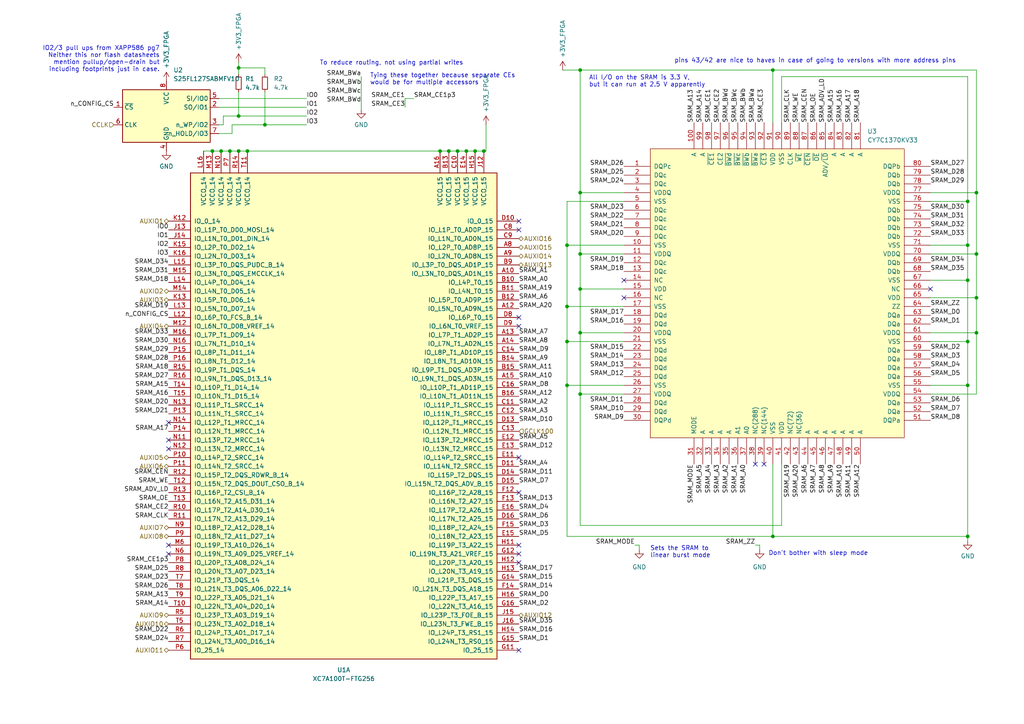
<source format=kicad_sch>
(kicad_sch (version 20211123) (generator eeschema)
  (paper "A4")
  (title_block (title "VGA Centrifuge") (date "2022-10-03") (rev "R3") (comment 1 "Author: Paolo Celati") (comment 2 "FPGA Configuration Flash & SRAM"))
  (lib_symbols
    (symbol "Device:R_Small" (pin_numbers hide) (pin_names (offset 0.254) hide)
      (property "Reference" "R" (at 0.762 0.508 0))
      (property "Value" "R_Small" (at 0.762 -1.016 0))
      (symbol "R_Small_0_1"
        (rectangle (start -0.762 1.778) (end 0.762 -1.778) (stroke (width 0.2032)))
      )
      (symbol "R_Small_1_1"
        (pin passive line (at 0 2.54 270) (length 0.762) (name "~") (number "1"))
        (pin passive line (at 0 -2.54 90) (length 0.762) (name "~") (number "2"))
      )
    )
    (symbol "FPGA_Xilinx_Artix7:XC7A100T-FTG256" (pin_names (offset 1.016))
      (property "Reference" "U" (at 0 1.27 0))
      (property "Value" "XC7A100T-FTG256" (at 0 -1.27 0))
      (symbol "XC7A100T-FTG256_1_1"
        (rectangle (start -44.45 67.31) (end 44.45 -73.66) (stroke (width 0.254)) (fill (type background)))
        (pin bidirectional line (at 50.8 38.1 180) (length 6.35) (name "IO_L3N_T0_DQS_AD1N_15") (number "A10"))
        (pin bidirectional line (at 50.8 27.94 180) (length 6.35) (name "IO_L5N_T0_AD9N_15") (number "A12"))
        (pin bidirectional line (at 50.8 20.32 180) (length 6.35) (name "IO_L7P_T1_AD2P_15") (number "A13"))
        (pin bidirectional line (at 50.8 17.78 180) (length 6.35) (name "IO_L7N_T1_AD2N_15") (number "A14"))
        (pin bidirectional line (at 50.8 7.62 180) (length 6.35) (name "IO_L9N_T1_DQS_AD3N_15") (number "A15"))
        (pin power_in line (at 27.94 73.66 270) (length 6.35) (name "VCCO_15") (number "A16"))
        (pin bidirectional line (at 50.8 45.72 180) (length 6.35) (name "IO_L2P_T0_AD8P_15") (number "A8"))
        (pin bidirectional line (at 50.8 43.18 180) (length 6.35) (name "IO_L2N_T0_AD8N_15") (number "A9"))
        (pin bidirectional line (at 50.8 35.56 180) (length 6.35) (name "IO_L4P_T0_15") (number "B10"))
        (pin bidirectional line (at 50.8 33.02 180) (length 6.35) (name "IO_L4N_T0_15") (number "B11"))
        (pin bidirectional line (at 50.8 30.48 180) (length 6.35) (name "IO_L5P_T0_AD9P_15") (number "B12"))
        (pin power_in line (at 30.48 73.66 270) (length 6.35) (name "VCCO_15") (number "B13"))
        (pin bidirectional line (at 50.8 12.7 180) (length 6.35) (name "IO_L8N_T1_AD10N_15") (number "B14"))
        (pin bidirectional line (at 50.8 10.16 180) (length 6.35) (name "IO_L9P_T1_DQS_AD3P_15") (number "B15"))
        (pin bidirectional line (at 50.8 2.54 180) (length 6.35) (name "IO_L10N_T1_AD11N_15") (number "B16"))
        (pin bidirectional line (at 50.8 40.64 180) (length 6.35) (name "IO_L3P_T0_DQS_AD1P_15") (number "B9"))
        (pin power_in line (at 33.02 73.66 270) (length 6.35) (name "VCCO_15") (number "C10"))
        (pin bidirectional line (at 50.8 0 180) (length 6.35) (name "IO_L11P_T1_SRCC_15") (number "C11"))
        (pin bidirectional line (at 50.8 -2.54 180) (length 6.35) (name "IO_L11N_T1_SRCC_15") (number "C12"))
        (pin bidirectional line (at 50.8 -7.62 180) (length 6.35) (name "IO_L12N_T1_MRCC_15") (number "C13"))
        (pin bidirectional line (at 50.8 15.24 180) (length 6.35) (name "IO_L8P_T1_AD10P_15") (number "C14"))
        (pin bidirectional line (at 50.8 5.08 180) (length 6.35) (name "IO_L10P_T1_AD11P_15") (number "C16"))
        (pin bidirectional line (at 50.8 50.8 180) (length 6.35) (name "IO_L1P_T0_AD0P_15") (number "C8"))
        (pin bidirectional line (at 50.8 48.26 180) (length 6.35) (name "IO_L1N_T0_AD0N_15") (number "C9"))
        (pin bidirectional line (at 50.8 53.34 180) (length 6.35) (name "IO_0_15") (number "D10"))
        (pin bidirectional line (at 50.8 -17.78 180) (length 6.35) (name "IO_L14N_T2_SRCC_15") (number "D11"))
        (pin bidirectional line (at 50.8 -5.08 180) (length 6.35) (name "IO_L12P_T1_MRCC_15") (number "D13"))
        (pin bidirectional line (at 50.8 -20.32 180) (length 6.35) (name "IO_L15P_T2_DQS_15") (number "D14"))
        (pin bidirectional line (at 50.8 -22.86 180) (length 6.35) (name "IO_L15N_T2_DQS_ADV_B_15") (number "D15"))
        (pin bidirectional line (at 50.8 -33.02 180) (length 6.35) (name "IO_L17N_T2_A25_15") (number "D16"))
        (pin bidirectional line (at 50.8 25.4 180) (length 6.35) (name "IO_L6P_T0_15") (number "D8"))
        (pin bidirectional line (at 50.8 22.86 180) (length 6.35) (name "IO_L6N_T0_VREF_15") (number "D9"))
        (pin bidirectional line (at 50.8 -15.24 180) (length 6.35) (name "IO_L14P_T2_SRCC_15") (number "E11"))
        (pin bidirectional line (at 50.8 -10.16 180) (length 6.35) (name "IO_L13P_T2_MRCC_15") (number "E12"))
        (pin bidirectional line (at 50.8 -12.7 180) (length 6.35) (name "IO_L13N_T2_MRCC_15") (number "E13"))
        (pin power_in line (at 35.56 73.66 270) (length 6.35) (name "VCCO_15") (number "E14"))
        (pin bidirectional line (at 50.8 -38.1 180) (length 6.35) (name "IO_L18N_T2_A23_15") (number "E15"))
        (pin bidirectional line (at 50.8 -30.48 180) (length 6.35) (name "IO_L17P_T2_A26_15") (number "E16"))
        (pin bidirectional line (at 50.8 -25.4 180) (length 6.35) (name "IO_L16P_T2_A28_15") (number "F12"))
        (pin bidirectional line (at 50.8 -27.94 180) (length 6.35) (name "IO_L16N_T2_A27_15") (number "F13"))
        (pin bidirectional line (at 50.8 -53.34 180) (length 6.35) (name "IO_L21N_T3_DQS_A18_15") (number "F14"))
        (pin bidirectional line (at 50.8 -35.56 180) (length 6.35) (name "IO_L18P_T2_A24_15") (number "F15"))
        (pin bidirectional line (at 50.8 -71.12 180) (length 6.35) (name "IO_25_15") (number "G11"))
        (pin bidirectional line (at 50.8 -43.18 180) (length 6.35) (name "IO_L19N_T3_A21_VREF_15") (number "G12"))
        (pin bidirectional line (at 50.8 -50.8 180) (length 6.35) (name "IO_L21P_T3_DQS_15") (number "G14"))
        (pin bidirectional line (at 50.8 -68.58 180) (length 6.35) (name "IO_L24N_T3_RS0_15") (number "G15"))
        (pin bidirectional line (at 50.8 -58.42 180) (length 6.35) (name "IO_L22N_T3_A16_15") (number "G16"))
        (pin bidirectional line (at 50.8 -40.64 180) (length 6.35) (name "IO_L19P_T3_A22_15") (number "H11"))
        (pin bidirectional line (at 50.8 -45.72 180) (length 6.35) (name "IO_L20P_T3_A20_15") (number "H12"))
        (pin bidirectional line (at 50.8 -48.26 180) (length 6.35) (name "IO_L20N_T3_A19_15") (number "H13"))
        (pin bidirectional line (at 50.8 -66.04 180) (length 6.35) (name "IO_L24P_T3_RS1_15") (number "H14"))
        (pin power_in line (at 38.1 73.66 270) (length 6.35) (name "VCCO_15") (number "H15"))
        (pin bidirectional line (at 50.8 -55.88 180) (length 6.35) (name "IO_L22P_T3_A17_15") (number "H16"))
        (pin power_in line (at 40.64 73.66 270) (length 6.35) (name "VCCO_15") (number "J12"))
        (pin bidirectional line (at -50.8 50.8 0) (length 6.35) (name "IO_L1P_T0_D00_MOSI_14") (number "J13"))
        (pin bidirectional line (at -50.8 48.26 0) (length 6.35) (name "IO_L1N_T0_D01_DIN_14") (number "J14"))
        (pin bidirectional line (at 50.8 -60.96 180) (length 6.35) (name "IO_L23P_T3_FOE_B_15") (number "J15"))
        (pin bidirectional line (at 50.8 -63.5 180) (length 6.35) (name "IO_L23N_T3_FWE_B_15") (number "J16"))
        (pin bidirectional line (at -50.8 53.34 0) (length 6.35) (name "IO_0_14") (number "K12"))
        (pin bidirectional line (at -50.8 30.48 0) (length 6.35) (name "IO_L5P_T0_D06_14") (number "K13"))
        (pin bidirectional line (at -50.8 45.72 0) (length 6.35) (name "IO_L2P_T0_D02_14") (number "K15"))
        (pin bidirectional line (at -50.8 43.18 0) (length 6.35) (name "IO_L2N_T0_D03_14") (number "K16"))
        (pin bidirectional line (at -50.8 25.4 0) (length 6.35) (name "IO_L6P_T0_FCS_B_14") (number "L12"))
        (pin bidirectional line (at -50.8 27.94 0) (length 6.35) (name "IO_L5N_T0_D07_14") (number "L13"))
        (pin bidirectional line (at -50.8 35.56 0) (length 6.35) (name "IO_L4P_T0_D04_14") (number "L14"))
        (pin bidirectional line (at -50.8 40.64 0) (length 6.35) (name "IO_L3P_T0_DQS_PUDC_B_14") (number "L15"))
        (pin power_in line (at -40.64 73.66 270) (length 6.35) (name "VCCO_14") (number "L16"))
        (pin bidirectional line (at -50.8 22.86 0) (length 6.35) (name "IO_L6N_T0_D08_VREF_14") (number "M12"))
        (pin power_in line (at -38.1 73.66 270) (length 6.35) (name "VCCO_14") (number "M13"))
        (pin bidirectional line (at -50.8 33.02 0) (length 6.35) (name "IO_L4N_T0_D05_14") (number "M14"))
        (pin bidirectional line (at -50.8 38.1 0) (length 6.35) (name "IO_L3N_T0_DQS_EMCCLK_14") (number "M15"))
        (pin bidirectional line (at -50.8 20.32 0) (length 6.35) (name "IO_L7P_T1_D09_14") (number "M16"))
        (pin bidirectional line (at -50.8 -40.64 0) (length 6.35) (name "IO_L19P_T3_A10_D26_14") (number "M6"))
        (pin power_in line (at -35.56 73.66 270) (length 6.35) (name "VCCO_14") (number "N10"))
        (pin bidirectional line (at -50.8 -10.16 0) (length 6.35) (name "IO_L13P_T2_MRCC_14") (number "N11"))
        (pin bidirectional line (at -50.8 -12.7 0) (length 6.35) (name "IO_L13N_T2_MRCC_14") (number "N12"))
        (pin bidirectional line (at -50.8 0 0) (length 6.35) (name "IO_L11P_T1_SRCC_14") (number "N13"))
        (pin bidirectional line (at -50.8 -5.08 0) (length 6.35) (name "IO_L12P_T1_MRCC_14") (number "N14"))
        (pin bidirectional line (at -50.8 17.78 0) (length 6.35) (name "IO_L7N_T1_D10_14") (number "N16"))
        (pin bidirectional line (at -50.8 -43.18 0) (length 6.35) (name "IO_L19N_T3_A09_D25_VREF_14") (number "N6"))
        (pin bidirectional line (at -50.8 -35.56 0) (length 6.35) (name "IO_L18P_T2_A12_D28_14") (number "N9"))
        (pin bidirectional line (at -50.8 -15.24 0) (length 6.35) (name "IO_L14P_T2_SRCC_14") (number "P10"))
        (pin bidirectional line (at -50.8 -17.78 0) (length 6.35) (name "IO_L14N_T2_SRCC_14") (number "P11"))
        (pin bidirectional line (at -50.8 -2.54 0) (length 6.35) (name "IO_L11N_T1_SRCC_14") (number "P13"))
        (pin bidirectional line (at -50.8 -7.62 0) (length 6.35) (name "IO_L12N_T1_MRCC_14") (number "P14"))
        (pin bidirectional line (at -50.8 15.24 0) (length 6.35) (name "IO_L8P_T1_D11_14") (number "P15"))
        (pin bidirectional line (at -50.8 12.7 0) (length 6.35) (name "IO_L8N_T1_D12_14") (number "P16"))
        (pin bidirectional line (at -50.8 -71.12 0) (length 6.35) (name "IO_25_14") (number "P6"))
        (pin power_in line (at -33.02 73.66 270) (length 6.35) (name "VCCO_14") (number "P7"))
        (pin bidirectional line (at -50.8 -45.72 0) (length 6.35) (name "IO_L20P_T3_A08_D24_14") (number "P8"))
        (pin bidirectional line (at -50.8 -38.1 0) (length 6.35) (name "IO_L18N_T2_A11_D27_14") (number "P9"))
        (pin bidirectional line (at -50.8 -30.48 0) (length 6.35) (name "IO_L17P_T2_A14_D30_14") (number "R10"))
        (pin bidirectional line (at -50.8 -33.02 0) (length 6.35) (name "IO_L17N_T2_A13_D29_14") (number "R11"))
        (pin bidirectional line (at -50.8 -20.32 0) (length 6.35) (name "IO_L15P_T2_DQS_RDWR_B_14") (number "R12"))
        (pin bidirectional line (at -50.8 -25.4 0) (length 6.35) (name "IO_L16P_T2_CSI_B_14") (number "R13"))
        (pin power_in line (at -30.48 73.66 270) (length 6.35) (name "VCCO_14") (number "R14"))
        (pin bidirectional line (at -50.8 10.16 0) (length 6.35) (name "IO_L9P_T1_DQS_14") (number "R15"))
        (pin bidirectional line (at -50.8 7.62 0) (length 6.35) (name "IO_L9N_T1_DQS_D13_14") (number "R16"))
        (pin bidirectional line (at -50.8 -60.96 0) (length 6.35) (name "IO_L23P_T3_A03_D19_14") (number "R5"))
        (pin bidirectional line (at -50.8 -66.04 0) (length 6.35) (name "IO_L24P_T3_A01_D17_14") (number "R6"))
        (pin bidirectional line (at -50.8 -68.58 0) (length 6.35) (name "IO_L24N_T3_A00_D16_14") (number "R7"))
        (pin bidirectional line (at -50.8 -48.26 0) (length 6.35) (name "IO_L20N_T3_A07_D23_14") (number "R8"))
        (pin bidirectional line (at -50.8 -58.42 0) (length 6.35) (name "IO_L22N_T3_A04_D20_14") (number "T10"))
        (pin power_in line (at -27.94 73.66 270) (length 6.35) (name "VCCO_14") (number "T11"))
        (pin bidirectional line (at -50.8 -22.86 0) (length 6.35) (name "IO_L15N_T2_DQS_DOUT_CSO_B_14") (number "T12"))
        (pin bidirectional line (at -50.8 -27.94 0) (length 6.35) (name "IO_L16N_T2_A15_D31_14") (number "T13"))
        (pin bidirectional line (at -50.8 5.08 0) (length 6.35) (name "IO_L10P_T1_D14_14") (number "T14"))
        (pin bidirectional line (at -50.8 2.54 0) (length 6.35) (name "IO_L10N_T1_D15_14") (number "T15"))
        (pin bidirectional line (at -50.8 -63.5 0) (length 6.35) (name "IO_L23N_T3_A02_D18_14") (number "T5"))
        (pin bidirectional line (at -50.8 -50.8 0) (length 6.35) (name "IO_L21P_T3_DQS_14") (number "T7"))
        (pin bidirectional line (at -50.8 -53.34 0) (length 6.35) (name "IO_L21N_T3_DQS_A06_D22_14") (number "T8"))
        (pin bidirectional line (at -50.8 -55.88 0) (length 6.35) (name "IO_L22P_T3_A05_D21_14") (number "T9"))
      )
      (symbol "XC7A100T-FTG256_2_1"
        (rectangle (start -44.45 67.31) (end 44.45 -73.66) (stroke (width 0.254)) (fill (type background)))
        (pin bidirectional line (at 50.8 12.7 180) (length 6.35) (name "IO_L8N_T1_AD14N_35") (number "A2"))
        (pin bidirectional line (at 50.8 33.02 180) (length 6.35) (name "IO_L4N_T0_35") (number "A3"))
        (pin bidirectional line (at 50.8 38.1 180) (length 6.35) (name "IO_L3N_T0_DQS_AD5N_35") (number "A4"))
        (pin bidirectional line (at 50.8 40.64 180) (length 6.35) (name "IO_L3P_T0_DQS_AD5P_35") (number "A5"))
        (pin power_in line (at 27.94 73.66 270) (length 6.35) (name "VCCO_35") (number "A6"))
        (pin bidirectional line (at 50.8 48.26 180) (length 6.35) (name "IO_L1N_T0_AD4N_35") (number "A7"))
        (pin bidirectional line (at 50.8 7.62 180) (length 6.35) (name "IO_L9N_T1_DQS_AD7N_35") (number "B1"))
        (pin bidirectional line (at 50.8 15.24 180) (length 6.35) (name "IO_L8P_T1_AD14P_35") (number "B2"))
        (pin power_in line (at 30.48 73.66 270) (length 6.35) (name "VCCO_35") (number "B3"))
        (pin bidirectional line (at 50.8 35.56 180) (length 6.35) (name "IO_L4P_T0_35") (number "B4"))
        (pin bidirectional line (at 50.8 43.18 180) (length 6.35) (name "IO_L2N_T0_AD12N_35") (number "B5"))
        (pin bidirectional line (at 50.8 45.72 180) (length 6.35) (name "IO_L2P_T0_AD12P_35") (number "B6"))
        (pin bidirectional line (at 50.8 50.8 180) (length 6.35) (name "IO_L1P_T0_AD4P_35") (number "B7"))
        (pin bidirectional line (at 50.8 10.16 180) (length 6.35) (name "IO_L9P_T1_DQS_AD7P_35") (number "C1"))
        (pin bidirectional line (at 50.8 17.78 180) (length 6.35) (name "IO_L7N_T1_AD6N_35") (number "C2"))
        (pin bidirectional line (at 50.8 20.32 180) (length 6.35) (name "IO_L7P_T1_AD6P_35") (number "C3"))
        (pin bidirectional line (at 50.8 -7.62 180) (length 6.35) (name "IO_L12N_T1_MRCC_35") (number "C4"))
        (pin bidirectional line (at 50.8 27.94 180) (length 6.35) (name "IO_L5N_T0_AD13N_35") (number "C6"))
        (pin bidirectional line (at 50.8 30.48 180) (length 6.35) (name "IO_L5P_T0_AD13P_35") (number "C7"))
        (pin bidirectional line (at 50.8 2.54 180) (length 6.35) (name "IO_L10N_T1_AD15N_35") (number "D1"))
        (pin bidirectional line (at 50.8 -2.54 180) (length 6.35) (name "IO_L11N_T1_SRCC_35") (number "D3"))
        (pin bidirectional line (at 50.8 -5.08 180) (length 6.35) (name "IO_L12P_T1_MRCC_35") (number "D4"))
        (pin bidirectional line (at 50.8 22.86 180) (length 6.35) (name "IO_L6N_T0_VREF_35") (number "D5"))
        (pin bidirectional line (at 50.8 25.4 180) (length 6.35) (name "IO_L6P_T0_35") (number "D6"))
        (pin power_in line (at 33.02 73.66 270) (length 6.35) (name "VCCO_35") (number "D7"))
        (pin bidirectional line (at 50.8 -22.86 180) (length 6.35) (name "IO_L15N_T2_DQS_35") (number "E1"))
        (pin bidirectional line (at 50.8 5.08 180) (length 6.35) (name "IO_L10P_T1_AD15P_35") (number "E2"))
        (pin bidirectional line (at 50.8 0 180) (length 6.35) (name "IO_L11P_T1_SRCC_35") (number "E3"))
        (pin power_in line (at 35.56 73.66 270) (length 6.35) (name "VCCO_35") (number "E4"))
        (pin bidirectional line (at 50.8 -12.7 180) (length 6.35) (name "IO_L13N_T2_MRCC_35") (number "E5"))
        (pin bidirectional line (at 50.8 53.34 180) (length 6.35) (name "IO_0_35") (number "E6"))
        (pin power_in line (at 38.1 73.66 270) (length 6.35) (name "VCCO_35") (number "F1"))
        (pin bidirectional line (at 50.8 -20.32 180) (length 6.35) (name "IO_L15P_T2_DQS_35") (number "F2"))
        (pin bidirectional line (at 50.8 -17.78 180) (length 6.35) (name "IO_L14N_T2_SRCC_35") (number "F3"))
        (pin bidirectional line (at 50.8 -15.24 180) (length 6.35) (name "IO_L14P_T2_SRCC_35") (number "F4"))
        (pin bidirectional line (at 50.8 -10.16 180) (length 6.35) (name "IO_L13P_T2_MRCC_35") (number "F5"))
        (pin bidirectional line (at 50.8 -33.02 180) (length 6.35) (name "IO_L17N_T2_35") (number "G1"))
        (pin bidirectional line (at 50.8 -30.48 180) (length 6.35) (name "IO_L17P_T2_35") (number "G2"))
        (pin bidirectional line (at 50.8 -27.94 180) (length 6.35) (name "IO_L16N_T2_35") (number "G4"))
        (pin bidirectional line (at 50.8 -25.4 180) (length 6.35) (name "IO_L16P_T2_35") (number "G5"))
        (pin bidirectional line (at 50.8 -48.26 180) (length 6.35) (name "IO_L20N_T3_35") (number "H1"))
        (pin bidirectional line (at 50.8 -45.72 180) (length 6.35) (name "IO_L20P_T3_35") (number "H2"))
        (pin bidirectional line (at 50.8 -53.34 180) (length 6.35) (name "IO_L21N_T3_DQS_35") (number "H3"))
        (pin bidirectional line (at 50.8 -38.1 180) (length 6.35) (name "IO_L18N_T2_35") (number "H4"))
        (pin bidirectional line (at 50.8 -35.56 180) (length 6.35) (name "IO_L18P_T2_35") (number "H5"))
        (pin bidirectional line (at 50.8 -58.42 180) (length 6.35) (name "IO_L22N_T3_35") (number "J1"))
        (pin power_in line (at 40.64 73.66 270) (length 6.35) (name "VCCO_35") (number "J2"))
        (pin bidirectional line (at 50.8 -50.8 180) (length 6.35) (name "IO_L21P_T3_DQS_35") (number "J3"))
        (pin bidirectional line (at 50.8 -43.18 180) (length 6.35) (name "IO_L19N_T3_VREF_35") (number "J4"))
        (pin bidirectional line (at 50.8 -40.64 180) (length 6.35) (name "IO_L19P_T3_35") (number "J5"))
        (pin bidirectional line (at 50.8 -55.88 180) (length 6.35) (name "IO_L22P_T3_35") (number "K1"))
        (pin bidirectional line (at 50.8 -68.58 180) (length 6.35) (name "IO_L24N_T3_35") (number "K2"))
        (pin bidirectional line (at 50.8 -66.04 180) (length 6.35) (name "IO_L24P_T3_35") (number "K3"))
        (pin bidirectional line (at 50.8 -71.12 180) (length 6.35) (name "IO_25_35") (number "K5"))
        (pin bidirectional line (at 50.8 -63.5 180) (length 6.35) (name "IO_L23N_T3_35") (number "L2"))
        (pin bidirectional line (at 50.8 -60.96 180) (length 6.35) (name "IO_L23P_T3_35") (number "L3"))
        (pin bidirectional line (at -50.8 50.8 0) (length 6.35) (name "IO_L1P_T0_34") (number "L4"))
        (pin bidirectional line (at -50.8 53.34 0) (length 6.35) (name "IO_0_34") (number "L5"))
        (pin bidirectional line (at -50.8 43.18 0) (length 6.35) (name "IO_L2N_T0_34") (number "M1"))
        (pin bidirectional line (at -50.8 45.72 0) (length 6.35) (name "IO_L2P_T0_34") (number "M2"))
        (pin power_in line (at -40.64 73.66 270) (length 6.35) (name "VCCO_34") (number "M3"))
        (pin bidirectional line (at -50.8 48.26 0) (length 6.35) (name "IO_L1N_T0_34") (number "M4"))
        (pin bidirectional line (at -50.8 25.4 0) (length 6.35) (name "IO_L6P_T0_34") (number "M5"))
        (pin bidirectional line (at -50.8 35.56 0) (length 6.35) (name "IO_L4P_T0_34") (number "N1"))
        (pin bidirectional line (at -50.8 38.1 0) (length 6.35) (name "IO_L3N_T0_DQS_34") (number "N2"))
        (pin bidirectional line (at -50.8 40.64 0) (length 6.35) (name "IO_L3P_T0_DQS_34") (number "N3"))
        (pin bidirectional line (at -50.8 22.86 0) (length 6.35) (name "IO_L6N_T0_VREF_34") (number "N4"))
        (pin bidirectional line (at -50.8 33.02 0) (length 6.35) (name "IO_L4N_T0_34") (number "P1"))
        (pin bidirectional line (at -50.8 27.94 0) (length 6.35) (name "IO_L5N_T0_34") (number "P3"))
        (pin bidirectional line (at -50.8 30.48 0) (length 6.35) (name "IO_L5P_T0_34") (number "P4"))
        (pin bidirectional line (at -50.8 5.08 0) (length 6.35) (name "IO_L10P_T1_34") (number "P5"))
        (pin bidirectional line (at -50.8 17.78 0) (length 6.35) (name "IO_L7N_T1_34") (number "R1"))
        (pin bidirectional line (at -50.8 20.32 0) (length 6.35) (name "IO_L7P_T1_34") (number "R2"))
        (pin bidirectional line (at -50.8 15.24 0) (length 6.35) (name "IO_L8P_T1_34") (number "R3"))
        (pin power_in line (at -38.1 73.66 270) (length 6.35) (name "VCCO_34") (number "R4"))
        (pin power_in line (at -35.56 73.66 270) (length 6.35) (name "VCCO_34") (number "T1"))
        (pin bidirectional line (at -50.8 12.7 0) (length 6.35) (name "IO_L8N_T1_34") (number "T2"))
        (pin bidirectional line (at -50.8 7.62 0) (length 6.35) (name "IO_L9N_T1_DQS_34") (number "T3"))
        (pin bidirectional line (at -50.8 10.16 0) (length 6.35) (name "IO_L9P_T1_DQS_34") (number "T4"))
      )
      (symbol "XC7A100T-FTG256_3_1"
        (rectangle (start -31.75 34.29) (end 31.75 -40.64) (stroke (width 0.254)) (fill (type background)))
        (pin bidirectional line (at 38.1 -15.24 180) (length 6.35) (name "CFGBVS_0") (number "E7"))
        (pin bidirectional line (at 38.1 7.62 180) (length 6.35) (name "CCLK_0") (number "E8"))
        (pin bidirectional line (at 38.1 -5.08 180) (length 6.35) (name "DONE_0") (number "H10"))
        (pin bidirectional line (at 38.1 -30.48 180) (length 6.35) (name "VREFN_0") (number "H7"))
        (pin bidirectional line (at 38.1 -20.32 180) (length 6.35) (name "VP_0") (number "H8"))
        (pin bidirectional line (at 38.1 -22.86 180) (length 6.35) (name "VN_0") (number "J7"))
        (pin bidirectional line (at 38.1 -27.94 180) (length 6.35) (name "VREFP_0") (number "J8"))
        (pin bidirectional line (at 38.1 -7.62 180) (length 6.35) (name "INIT_B_0") (number "K10"))
        (pin bidirectional line (at 38.1 -38.1 180) (length 6.35) (name "DXN_0") (number "K7"))
        (pin bidirectional line (at 38.1 -35.56 180) (length 6.35) (name "DXP_0") (number "K8"))
        (pin power_in line (at 27.94 40.64 270) (length 6.35) (name "VCCO_0") (number "L6"))
        (pin bidirectional line (at 38.1 12.7 180) (length 6.35) (name "TCK_0") (number "L7"))
        (pin bidirectional line (at 38.1 -10.16 180) (length 6.35) (name "PROGRAM_B_0") (number "L9"))
        (pin bidirectional line (at 38.1 2.54 180) (length 6.35) (name "M1_0") (number "M10"))
        (pin bidirectional line (at 38.1 0 180) (length 6.35) (name "M2_0") (number "M11"))
        (pin bidirectional line (at 38.1 15.24 180) (length 6.35) (name "TMS_0") (number "M7"))
        (pin bidirectional line (at 38.1 5.08 180) (length 6.35) (name "M0_0") (number "M9"))
        (pin bidirectional line (at 38.1 20.32 180) (length 6.35) (name "TDI_0") (number "N7"))
        (pin bidirectional line (at 38.1 17.78 180) (length 6.35) (name "TDO_0") (number "N8"))
      )
      (symbol "XC7A100T-FTG256_4_1"
        (rectangle (start -19.05 35.56) (end 19.05 -35.56) (stroke (width 0.254)) (fill (type background)))
        (pin power_in line (at -25.4 2.54 0) (length 6.35) (name "GND") (number "A1"))
        (pin power_in line (at -25.4 0 0) (length 6.35) (name "GND") (number "A11"))
        (pin power_in line (at -25.4 -2.54 0) (length 6.35) (name "GND") (number "B8"))
        (pin power_in line (at -25.4 -7.62 0) (length 6.35) (name "GND") (number "C15"))
        (pin power_in line (at -25.4 -5.08 0) (length 6.35) (name "GND") (number "C5"))
        (pin power_in line (at -25.4 -12.7 0) (length 6.35) (name "GND") (number "D12"))
        (pin power_in line (at -25.4 -10.16 0) (length 6.35) (name "GND") (number "D2"))
        (pin power_in line (at -25.4 12.7 0) (length 6.35) (name "VCCBRAM") (number "E10"))
        (pin power_in line (at -25.4 -15.24 0) (length 6.35) (name "GND") (number "E9"))
        (pin power_in line (at -25.4 -20.32 0) (length 6.35) (name "GND") (number "F10"))
        (pin power_in line (at -25.4 10.16 0) (length 6.35) (name "VCCBRAM") (number "F11"))
        (pin power_in line (at -25.4 -22.86 0) (length 6.35) (name "GND") (number "F16"))
        (pin power_in line (at -25.4 -17.78 0) (length 6.35) (name "GND") (number "F6"))
        (pin power_in line (at 25.4 33.02 180) (length 6.35) (name "VCCINT") (number "F7"))
        (pin power_in line (at -25.4 15.24 0) (length 6.35) (name "VCCBATT_0") (number "F8"))
        (pin power_in line (at 25.4 30.48 180) (length 6.35) (name "VCCINT") (number "F9"))
        (pin power_in line (at -25.4 33.02 0) (length 6.35) (name "VCCAUX") (number "G10"))
        (pin power_in line (at -25.4 -30.48 0) (length 6.35) (name "GND") (number "G13"))
        (pin power_in line (at -25.4 -25.4 0) (length 6.35) (name "GND") (number "G3"))
        (pin power_in line (at 25.4 27.94 180) (length 6.35) (name "VCCINT") (number "G6"))
        (pin power_in line (at -25.4 20.32 0) (length 6.35) (name "GNDADC_0") (number "G7"))
        (pin power_in line (at -25.4 17.78 0) (length 6.35) (name "VCCADC_0") (number "G8"))
        (pin power_in line (at -25.4 -27.94 0) (length 6.35) (name "GND") (number "G9"))
        (pin power_in line (at -25.4 -33.02 0) (length 6.35) (name "GND") (number "H6"))
        (pin power_in line (at 25.4 25.4 180) (length 6.35) (name "VCCINT") (number "H9"))
        (pin power_in line (at -25.4 30.48 0) (length 6.35) (name "VCCAUX") (number "J10"))
        (pin power_in line (at 25.4 0 180) (length 6.35) (name "GND") (number "J11"))
        (pin power_in line (at 25.4 22.86 180) (length 6.35) (name "VCCINT") (number "J6"))
        (pin power_in line (at 25.4 2.54 180) (length 6.35) (name "GND") (number "J9"))
        (pin power_in line (at -25.4 27.94 0) (length 6.35) (name "VCCAUX") (number "K11"))
        (pin power_in line (at 25.4 -7.62 180) (length 6.35) (name "GND") (number "K14"))
        (pin power_in line (at 25.4 -2.54 180) (length 6.35) (name "GND") (number "K4"))
        (pin power_in line (at 25.4 -5.08 180) (length 6.35) (name "GND") (number "K6"))
        (pin power_in line (at 25.4 20.32 180) (length 6.35) (name "VCCINT") (number "K9"))
        (pin power_in line (at 25.4 -10.16 180) (length 6.35) (name "GND") (number "L1"))
        (pin power_in line (at -25.4 25.4 0) (length 6.35) (name "VCCAUX") (number "L10"))
        (pin power_in line (at 25.4 -12.7 180) (length 6.35) (name "GND") (number "L11"))
        (pin power_in line (at 25.4 17.78 180) (length 6.35) (name "VCCINT") (number "L8"))
        (pin power_in line (at 25.4 -15.24 180) (length 6.35) (name "GND") (number "M8"))
        (pin power_in line (at 25.4 -20.32 180) (length 6.35) (name "GND") (number "N15"))
        (pin power_in line (at 25.4 -17.78 180) (length 6.35) (name "GND") (number "N5"))
        (pin power_in line (at 25.4 -25.4 180) (length 6.35) (name "GND") (number "P12"))
        (pin power_in line (at 25.4 -22.86 180) (length 6.35) (name "GND") (number "P2"))
        (pin power_in line (at 25.4 -27.94 180) (length 6.35) (name "GND") (number "R9"))
        (pin power_in line (at 25.4 -33.02 180) (length 6.35) (name "GND") (number "T16"))
        (pin power_in line (at 25.4 -30.48 180) (length 6.35) (name "GND") (number "T6"))
      )
    )
    (symbol "centrifuge_symbols:+3V3_FPGA" (power) (pin_names (offset 0))
      (property "Value" "+3V3_FPGA" (at 0 3.556 90))
      (symbol "+3V3_FPGA_0_1"
        (polyline (pts (xy -0.762 1.27) (xy 0 2.54)))
        (polyline (pts (xy 0 0) (xy 0 2.54)))
        (polyline (pts (xy 0 2.54) (xy 0.762 1.27)))
      )
      (symbol "+3V3_FPGA_1_1"
        (pin power_in line (at 0 0 90) (length 0) hide (name "+3V3_FPGA") (number "1"))
      )
    )
    (symbol "centrifuge_symbols:CY7C1370KV33" (pin_names (offset 1.016))
      (property "Reference" "U" (at 0 -2.54 0))
      (property "Value" "CY7C1370KV33" (at 0 2.54 0))
      (symbol "CY7C1370KV33_1_0"
        (rectangle (start -36.83 -41.91) (end 36.83 41.91) (fill (type background)))
      )
      (symbol "CY7C1370KV33_1_1"
        (pin bidirectional line (at -44.45 36.83 0) (length 7.62) (name "DQPc") (number "1"))
        (pin power_in line (at -44.45 13.97 0) (length 7.62) (name "VSS") (number "10"))
        (pin input line (at -24.13 49.53 270) (length 7.62) (name "A") (number "100"))
        (pin power_in line (at -44.45 11.43 0) (length 7.62) (name "VDDQ") (number "11"))
        (pin bidirectional line (at -44.45 8.89 0) (length 7.62) (name "DQc") (number "12"))
        (pin bidirectional line (at -44.45 6.35 0) (length 7.62) (name "DQc") (number "13"))
        (pin unspecified line (at -44.45 3.81 0) (length 7.62) (name "NC") (number "14"))
        (pin power_in line (at -44.45 1.27 0) (length 7.62) (name "VDD") (number "15"))
        (pin unspecified line (at -44.45 -1.27 0) (length 7.62) (name "NC") (number "16"))
        (pin power_in line (at -44.45 -3.81 0) (length 7.62) (name "VSS") (number "17"))
        (pin bidirectional line (at -44.45 -6.35 0) (length 7.62) (name "DQd") (number "18"))
        (pin bidirectional line (at -44.45 -8.89 0) (length 7.62) (name "DQd") (number "19"))
        (pin bidirectional line (at -44.45 34.29 0) (length 7.62) (name "DQc") (number "2"))
        (pin power_in line (at -44.45 -11.43 0) (length 7.62) (name "VDDQ") (number "20"))
        (pin power_in line (at -44.45 -13.97 0) (length 7.62) (name "VSS") (number "21"))
        (pin bidirectional line (at -44.45 -16.51 0) (length 7.62) (name "DQd") (number "22"))
        (pin bidirectional line (at -44.45 -19.05 0) (length 7.62) (name "DQd") (number "23"))
        (pin bidirectional line (at -44.45 -21.59 0) (length 7.62) (name "DQd") (number "24"))
        (pin bidirectional line (at -44.45 -24.13 0) (length 7.62) (name "DQd") (number "25"))
        (pin power_in line (at -44.45 -26.67 0) (length 7.62) (name "VSS") (number "26"))
        (pin power_in line (at -44.45 -29.21 0) (length 7.62) (name "VDDQ") (number "27"))
        (pin bidirectional line (at -44.45 -31.75 0) (length 7.62) (name "DQd") (number "28"))
        (pin bidirectional line (at -44.45 -34.29 0) (length 7.62) (name "DQd") (number "29"))
        (pin bidirectional line (at -44.45 31.75 0) (length 7.62) (name "DQc") (number "3"))
        (pin bidirectional line (at -44.45 -36.83 0) (length 7.62) (name "DQPd") (number "30"))
        (pin input line (at -24.13 -49.53 90) (length 7.62) (name "MODE") (number "31"))
        (pin input line (at -21.59 -49.53 90) (length 7.62) (name "A") (number "32"))
        (pin input line (at -19.05 -49.53 90) (length 7.62) (name "A") (number "33"))
        (pin input line (at -16.51 -49.53 90) (length 7.62) (name "A") (number "34"))
        (pin input line (at -13.97 -49.53 90) (length 7.62) (name "A") (number "35"))
        (pin input line (at -11.43 -49.53 90) (length 7.62) (name "A1") (number "36"))
        (pin input line (at -8.89 -49.53 90) (length 7.62) (name "A0") (number "37"))
        (pin unspecified line (at -6.35 -49.53 90) (length 7.62) (name "NC(288)") (number "38"))
        (pin unspecified line (at -3.81 -49.53 90) (length 7.62) (name "NC(144)") (number "39"))
        (pin power_in line (at -44.45 29.21 0) (length 7.62) (name "VDDQ") (number "4"))
        (pin power_in line (at -1.27 -49.53 90) (length 7.62) (name "VSS") (number "40"))
        (pin power_in line (at 1.27 -49.53 90) (length 7.62) (name "VDD") (number "41"))
        (pin unspecified line (at 3.81 -49.53 90) (length 7.62) (name "NC(72)") (number "42"))
        (pin unspecified line (at 6.35 -49.53 90) (length 7.62) (name "NC(36)") (number "43"))
        (pin input line (at 8.89 -49.53 90) (length 7.62) (name "A") (number "44"))
        (pin input line (at 11.43 -49.53 90) (length 7.62) (name "A") (number "45"))
        (pin input line (at 13.97 -49.53 90) (length 7.62) (name "A") (number "46"))
        (pin input line (at 16.51 -49.53 90) (length 7.62) (name "A") (number "47"))
        (pin input line (at 19.05 -49.53 90) (length 7.62) (name "A") (number "48"))
        (pin input line (at 21.59 -49.53 90) (length 7.62) (name "A") (number "49"))
        (pin power_in line (at -44.45 26.67 0) (length 7.62) (name "VSS") (number "5"))
        (pin input line (at 24.13 -49.53 90) (length 7.62) (name "A") (number "50"))
        (pin bidirectional line (at 44.45 -36.83 180) (length 7.62) (name "DQPa") (number "51"))
        (pin bidirectional line (at 44.45 -34.29 180) (length 7.62) (name "DQa") (number "52"))
        (pin bidirectional line (at 44.45 -31.75 180) (length 7.62) (name "DQa") (number "53"))
        (pin power_in line (at 44.45 -29.21 180) (length 7.62) (name "VDDQ") (number "54"))
        (pin power_in line (at 44.45 -26.67 180) (length 7.62) (name "VSS") (number "55"))
        (pin bidirectional line (at 44.45 -24.13 180) (length 7.62) (name "DQa") (number "56"))
        (pin bidirectional line (at 44.45 -21.59 180) (length 7.62) (name "DQa") (number "57"))
        (pin bidirectional line (at 44.45 -19.05 180) (length 7.62) (name "DQa") (number "58"))
        (pin bidirectional line (at 44.45 -16.51 180) (length 7.62) (name "DQa") (number "59"))
        (pin bidirectional line (at -44.45 24.13 0) (length 7.62) (name "DQc") (number "6"))
        (pin power_in line (at 44.45 -13.97 180) (length 7.62) (name "VSS") (number "60"))
        (pin power_in line (at 44.45 -11.43 180) (length 7.62) (name "VDDQ") (number "61"))
        (pin bidirectional line (at 44.45 -8.89 180) (length 7.62) (name "DQa") (number "62"))
        (pin bidirectional line (at 44.45 -6.35 180) (length 7.62) (name "DQa") (number "63"))
        (pin input line (at 44.45 -3.81 180) (length 7.62) (name "ZZ") (number "64"))
        (pin power_in line (at 44.45 -1.27 180) (length 7.62) (name "VDD") (number "65"))
        (pin unspecified line (at 44.45 1.27 180) (length 7.62) (name "NC") (number "66"))
        (pin power_in line (at 44.45 3.81 180) (length 7.62) (name "VSS") (number "67"))
        (pin bidirectional line (at 44.45 6.35 180) (length 7.62) (name "DQb") (number "68"))
        (pin bidirectional line (at 44.45 8.89 180) (length 7.62) (name "DQb") (number "69"))
        (pin bidirectional line (at -44.45 21.59 0) (length 7.62) (name "DQc") (number "7"))
        (pin power_in line (at 44.45 11.43 180) (length 7.62) (name "VDDQ") (number "70"))
        (pin power_in line (at 44.45 13.97 180) (length 7.62) (name "VSS") (number "71"))
        (pin bidirectional line (at 44.45 16.51 180) (length 7.62) (name "DQb") (number "72"))
        (pin bidirectional line (at 44.45 19.05 180) (length 7.62) (name "DQb") (number "73"))
        (pin bidirectional line (at 44.45 21.59 180) (length 7.62) (name "DQb") (number "74"))
        (pin bidirectional line (at 44.45 24.13 180) (length 7.62) (name "DQb") (number "75"))
        (pin power_in line (at 44.45 26.67 180) (length 7.62) (name "VSS") (number "76"))
        (pin power_in line (at 44.45 29.21 180) (length 7.62) (name "VDDQ") (number "77"))
        (pin bidirectional line (at 44.45 31.75 180) (length 7.62) (name "DQb") (number "78"))
        (pin bidirectional line (at 44.45 34.29 180) (length 7.62) (name "DQb") (number "79"))
        (pin bidirectional line (at -44.45 19.05 0) (length 7.62) (name "DQc") (number "8"))
        (pin bidirectional line (at 44.45 36.83 180) (length 7.62) (name "DQPb") (number "80"))
        (pin input line (at 24.13 49.53 270) (length 7.62) (name "A") (number "81"))
        (pin input line (at 21.59 49.53 270) (length 7.62) (name "A") (number "82"))
        (pin input line (at 19.05 49.53 270) (length 7.62) (name "A") (number "83"))
        (pin input line (at 16.51 49.53 270) (length 7.62) (name "A") (number "84"))
        (pin input line (at 13.97 49.53 270) (length 7.62) (name "ADV/~{LD}") (number "85"))
        (pin input line (at 11.43 49.53 270) (length 7.62) (name "~{OE}") (number "86"))
        (pin input line (at 8.89 49.53 270) (length 7.62) (name "~{CEN}") (number "87"))
        (pin input line (at 6.35 49.53 270) (length 7.62) (name "~{WE}") (number "88"))
        (pin input line (at 3.81 49.53 270) (length 7.62) (name "CLK") (number "89"))
        (pin bidirectional line (at -44.45 16.51 0) (length 7.62) (name "DQc") (number "9"))
        (pin power_in line (at 1.27 49.53 270) (length 7.62) (name "VSS") (number "90"))
        (pin power_in line (at -1.27 49.53 270) (length 7.62) (name "VDD") (number "91"))
        (pin input line (at -3.81 49.53 270) (length 7.62) (name "~{CE3}") (number "92"))
        (pin input line (at -6.35 49.53 270) (length 7.62) (name "~{BWa}") (number "93"))
        (pin input line (at -8.89 49.53 270) (length 7.62) (name "~{BWb}") (number "94"))
        (pin input line (at -11.43 49.53 270) (length 7.62) (name "~{BWc}") (number "95"))
        (pin input line (at -13.97 49.53 270) (length 7.62) (name "~{BWd}") (number "96"))
        (pin input line (at -16.51 49.53 270) (length 7.62) (name "CE2") (number "97"))
        (pin input line (at -19.05 49.53 270) (length 7.62) (name "~{CE1}") (number "98"))
        (pin input line (at -21.59 49.53 270) (length 7.62) (name "A") (number "99"))
      )
    )
    (symbol "centrifuge_symbols:S25FL127SABMFV10"
      (property "Reference" "U?" (at 2.0194 13.335 0))
      (property "Value" "S25FL127SABMFV10" (at 2.0194 10.795 0))
      (symbol "S25FL127SABMFV10_0_1"
        (rectangle (start -12.7 7.62) (end 12.7 -7.62) (stroke (width 0.254)) (fill (type background)))
      )
      (symbol "S25FL127SABMFV10_1_1"
        (pin input line (at -15.24 2.54 0) (length 2.54) (name "~{CS}") (number "1"))
        (pin bidirectional line (at 15.24 2.54 180) (length 2.54) (name "SO/IO1") (number "2"))
        (pin bidirectional line (at 15.24 -2.54 180) (length 2.54) (name "n_WP/IO2") (number "3"))
        (pin power_in line (at 0 -10.16 90) (length 2.54) (name "GND") (number "4"))
        (pin bidirectional line (at 15.24 5.08 180) (length 2.54) (name "SI/IO0") (number "5"))
        (pin input line (at -15.24 -2.54 0) (length 2.54) (name "CLK") (number "6"))
        (pin bidirectional line (at 15.24 -5.08 180) (length 2.54) (name "n_HOLD/IO3") (number "7"))
        (pin power_in line (at 0 10.16 270) (length 2.54) (name "VCC") (number "8"))
      )
    )
    (symbol "power:GND" (power) (pin_names (offset 0))
      (property "Value" "GND" (at 0 -3.81 0))
      (symbol "GND_0_1"
        (polyline (pts (xy 0 0) (xy 0 -1.27) (xy 1.27 -1.27) (xy 0 -2.54) (xy -1.27 -1.27) (xy 0 -1.27)))
      )
      (symbol "GND_1_1"
        (pin power_in line (at 0 0 270) (length 0) hide (name "GND") (number "1"))
      )
    )
  )
  (junction (at 164.465 99.06))
  (junction (at 168.275 20.32))
  (junction (at 164.465 88.9))
  (junction (at 168.275 55.88))
  (junction (at 280.67 71.12))
  (junction (at 127.635 43.815))
  (junction (at 130.175 43.815))
  (junction (at 76.835 36.195))
  (junction (at 280.67 155.575))
  (junction (at 164.465 111.76))
  (junction (at 69.215 19.685))
  (junction (at 168.275 83.82))
  (junction (at 164.465 71.12))
  (junction (at 280.67 81.28))
  (junction (at 168.275 73.66))
  (junction (at 66.675 43.815))
  (junction (at 64.135 43.815))
  (junction (at 280.67 99.06))
  (junction (at 132.715 43.815))
  (junction (at 280.67 111.76))
  (junction (at 140.335 43.815))
  (junction (at 69.215 33.655))
  (junction (at 280.67 58.42))
  (junction (at 283.21 96.52))
  (junction (at 168.275 114.3))
  (junction (at 168.275 96.52))
  (junction (at 283.21 55.88))
  (junction (at 283.21 86.36))
  (junction (at 135.255 43.815))
  (junction (at 283.21 73.66))
  (junction (at 224.155 155.575))
  (junction (at 71.755 43.815))
  (junction (at 224.155 20.32))
  (junction (at 137.795 43.815))
  (junction (at 61.595 43.815))
  (junction (at 69.215 43.815))
  (no_connect (at 48.895 122.555))
  (no_connect (at 150.495 142.875))
  (no_connect (at 150.495 158.115))
  (no_connect (at 150.495 160.655))
  (no_connect (at 150.495 163.195))
  (no_connect (at 48.895 127.635))
  (no_connect (at 180.975 81.28))
  (no_connect (at 180.975 86.36))
  (no_connect (at 269.875 83.82))
  (no_connect (at 221.615 134.62))
  (no_connect (at 219.075 134.62))
  (no_connect (at 150.495 64.135))
  (no_connect (at 150.495 188.595))
  (no_connect (at 48.895 160.655))
  (no_connect (at 48.895 130.175))
  (no_connect (at 150.495 94.615))
  (no_connect (at 150.495 92.075))
  (no_connect (at 150.495 66.675))
  (no_connect (at 48.895 158.115))
  (no_connect (at 150.495 132.715))
  (wire (pts (xy 224.155 20.32) (xy 283.21 20.32)))
  (wire (pts (xy 137.795 43.815) (xy 140.335 43.815)))
  (wire (pts (xy 280.67 99.06) (xy 280.67 111.76)))
  (wire (pts (xy 226.695 134.62) (xy 226.695 152.4)))
  (wire (pts (xy 64.77 36.195) (xy 64.77 33.655)))
  (wire (pts (xy 61.595 43.815) (xy 64.135 43.815)))
  (wire (pts (xy 180.975 99.06) (xy 164.465 99.06)))
  (wire (pts (xy 280.67 58.42) (xy 280.67 71.12)))
  (wire (pts (xy 164.465 71.12) (xy 164.465 88.9)))
  (wire (pts (xy 117.475 28.575) (xy 120.015 28.575)))
  (wire (pts (xy 164.465 58.42) (xy 164.465 71.12)))
  (wire (pts (xy 76.835 26.67) (xy 76.835 36.195)))
  (wire (pts (xy 280.67 81.28) (xy 280.67 99.06)))
  (wire (pts (xy 269.875 99.06) (xy 280.67 99.06)))
  (wire (pts (xy 66.675 43.815) (xy 69.215 43.815)))
  (wire (pts (xy 280.67 155.575) (xy 280.67 156.845)))
  (wire (pts (xy 59.055 43.815) (xy 61.595 43.815)))
  (wire (pts (xy 269.875 86.36) (xy 283.21 86.36)))
  (wire (pts (xy 164.465 111.76) (xy 164.465 155.575)))
  (wire (pts (xy 168.275 20.32) (xy 168.275 55.88)))
  (wire (pts (xy 269.875 55.88) (xy 283.21 55.88)))
  (wire (pts (xy 130.175 43.815) (xy 132.715 43.815)))
  (wire (pts (xy 76.835 21.59) (xy 76.835 19.685)))
  (wire (pts (xy 168.275 96.52) (xy 168.275 114.3)))
  (wire (pts (xy 164.465 111.76) (xy 180.975 111.76)))
  (wire (pts (xy 132.715 43.815) (xy 135.255 43.815)))
  (wire (pts (xy 269.875 73.66) (xy 283.21 73.66)))
  (wire (pts (xy 67.31 38.735) (xy 63.5 38.735)))
  (wire (pts (xy 135.255 43.815) (xy 137.795 43.815)))
  (wire (pts (xy 164.465 99.06) (xy 164.465 111.76)))
  (wire (pts (xy 76.835 19.685) (xy 69.215 19.685)))
  (wire (pts (xy 180.975 55.88) (xy 168.275 55.88)))
  (wire (pts (xy 69.215 26.67) (xy 69.215 33.655)))
  (wire (pts (xy 184.15 158.115) (xy 185.42 158.115)))
  (wire (pts (xy 76.835 36.195) (xy 67.31 36.195)))
  (wire (pts (xy 180.975 96.52) (xy 168.275 96.52)))
  (wire (pts (xy 69.215 18.161) (xy 69.215 19.685)))
  (wire (pts (xy 283.21 20.32) (xy 283.21 55.88)))
  (wire (pts (xy 63.5 36.195) (xy 64.77 36.195)))
  (wire (pts (xy 69.215 19.685) (xy 69.215 21.59)))
  (wire (pts (xy 64.135 43.815) (xy 66.675 43.815)))
  (wire (pts (xy 104.775 22.225) (xy 104.775 31.75)))
  (wire (pts (xy 168.275 83.82) (xy 168.275 96.52)))
  (wire (pts (xy 269.875 96.52) (xy 283.21 96.52)))
  (wire (pts (xy 140.97 36.195) (xy 140.97 43.815)))
  (wire (pts (xy 280.67 22.225) (xy 280.67 58.42)))
  (wire (pts (xy 140.335 43.815) (xy 140.97 43.815)))
  (wire (pts (xy 168.275 55.88) (xy 168.275 73.66)))
  (wire (pts (xy 283.21 96.52) (xy 283.21 114.3)))
  (wire (pts (xy 71.755 43.815) (xy 127.635 43.815)))
  (wire (pts (xy 224.155 134.62) (xy 224.155 155.575)))
  (wire (pts (xy 226.695 35.56) (xy 226.695 22.225)))
  (wire (pts (xy 220.345 158.115) (xy 220.345 159.385)))
  (wire (pts (xy 69.215 43.815) (xy 71.755 43.815)))
  (wire (pts (xy 219.075 158.115) (xy 220.345 158.115)))
  (wire (pts (xy 164.465 71.12) (xy 180.975 71.12)))
  (wire (pts (xy 180.975 114.3) (xy 168.275 114.3)))
  (wire (pts (xy 168.275 114.3) (xy 168.275 152.4)))
  (wire (pts (xy 127.635 43.815) (xy 130.175 43.815)))
  (wire (pts (xy 63.5 28.575) (xy 88.9 28.575)))
  (wire (pts (xy 269.875 58.42) (xy 280.67 58.42)))
  (wire (pts (xy 180.975 58.42) (xy 164.465 58.42)))
  (wire (pts (xy 226.695 22.225) (xy 280.67 22.225)))
  (wire (pts (xy 280.67 71.12) (xy 280.67 81.28)))
  (wire (pts (xy 164.465 155.575) (xy 224.155 155.575)))
  (wire (pts (xy 69.215 33.655) (xy 88.9 33.655)))
  (wire (pts (xy 168.275 20.32) (xy 224.155 20.32)))
  (wire (pts (xy 269.875 111.76) (xy 280.67 111.76)))
  (wire (pts (xy 283.21 55.88) (xy 283.21 73.66)))
  (wire (pts (xy 226.695 152.4) (xy 168.275 152.4)))
  (wire (pts (xy 64.77 33.655) (xy 69.215 33.655)))
  (wire (pts (xy 63.5 31.115) (xy 88.9 31.115)))
  (wire (pts (xy 283.21 86.36) (xy 283.21 96.52)))
  (wire (pts (xy 180.975 83.82) (xy 168.275 83.82)))
  (wire (pts (xy 88.9 36.195) (xy 76.835 36.195)))
  (wire (pts (xy 180.975 73.66) (xy 168.275 73.66)))
  (wire (pts (xy 163.195 20.32) (xy 168.275 20.32)))
  (wire (pts (xy 269.875 114.3) (xy 283.21 114.3)))
  (wire (pts (xy 67.31 36.195) (xy 67.31 38.735)))
  (wire (pts (xy 168.275 73.66) (xy 168.275 83.82)))
  (wire (pts (xy 269.875 81.28) (xy 280.67 81.28)))
  (wire (pts (xy 269.875 71.12) (xy 280.67 71.12)))
  (wire (pts (xy 224.155 155.575) (xy 280.67 155.575)))
  (wire (pts (xy 117.475 28.575) (xy 117.475 31.115)))
  (wire (pts (xy 283.21 73.66) (xy 283.21 86.36)))
  (wire (pts (xy 280.67 111.76) (xy 280.67 155.575)))
  (wire (pts (xy 224.155 35.56) (xy 224.155 20.32)))
  (wire (pts (xy 164.465 88.9) (xy 164.465 99.06)))
  (wire (pts (xy 164.465 88.9) (xy 180.975 88.9)))
  (wire (pts (xy 185.42 158.115) (xy 185.42 159.385)))
  (text "Tying these together because separate CEs\nwould be for multiple accessors" (at 107.315 24.765 0) (effects (font (size 1.27 1.27)) (justify left bottom)))
  (text "Don't bother with sleep mode" (at 222.885 161.29 0) (effects (font (size 1.27 1.27)) (justify left bottom)))
  (text "Sets the SRAM to\nlinear burst mode" (at 188.595 161.925 0) (effects (font (size 1.27 1.27)) (justify left bottom)))
  (text "IO2/3 pull ups from XAPP586 pg7\nNeither this nor flash datasheets\nmention pullup/open-drain but\nincluding footprints just in case." (at 46.355 20.955 0) (effects (font (size 1.27 1.27)) (justify right bottom)))
  (text "All I/O on the SRAM is 3.3 V,\nbut it can run at 2.5 V apparently" (at 170.815 25.4 0) (effects (font (size 1.27 1.27)) (justify left bottom)))
  (text "To reduce routing, not using partial writes" (at 92.71 19.05 0) (effects (font (size 1.27 1.27)) (justify left bottom)))
  (text "pins 43/42 are nice to haves in case of going to versions with more address pins" (at 195.58 18.415 0) (effects (font (size 1.27 1.27)) (justify left bottom)))
  (label "SRAM_A15" (at 48.895 112.395 180))
  (label "IO1" (at 88.9 31.115 0))
  (label "SRAM_CLK" (at 229.235 35.56 90))
  (label "SRAM_D0" (at 269.875 91.44 0))
  (label "SRAM_A19" (at 229.235 134.62 270))
  (label "SRAM_D9" (at 180.975 121.92 180))
  (label "IO2" (at 48.895 71.755 180))
  (label "SRAM_BWd" (at 104.775 29.845 180))
  (label "SRAM_D3" (at 269.875 104.14 0))
  (label "SRAM_D6" (at 269.875 116.84 0))
  (label "SRAM_D21" (at 180.975 66.04 180))
  (label "SRAM_D25" (at 180.975 50.8 180))
  (label "SRAM_A7" (at 150.495 97.155 0))
  (label "SRAM_D16" (at 180.975 93.98 180))
  (label "SRAM_A14" (at 48.895 175.895 180))
  (label "SRAM_A8" (at 239.395 134.62 270))
  (label "SRAM_A10" (at 150.495 109.855 0))
  (label "SRAM_D13" (at 180.975 106.68 180))
  (label "SRAM_OE" (at 236.855 35.56 90))
  (label "SRAM_WE" (at 231.775 35.56 90))
  (label "SRAM_D10" (at 150.495 122.555 0))
  (label "SRAM_A12" (at 249.555 134.62 270))
  (label "SRAM_D14" (at 180.975 104.14 180))
  (label "SRAM_D12" (at 180.975 109.22 180))
  (label "SRAM_D24" (at 180.975 53.34 180))
  (label "SRAM_D23" (at 48.895 168.275 180))
  (label "SRAM_D2" (at 269.875 101.6 0))
  (label "SRAM_D8" (at 150.495 112.395 0))
  (label "SRAM_CE2" (at 48.895 147.955 180))
  (label "SRAM_CE3" (at 221.615 35.56 90))
  (label "SRAM_CE3" (at 117.475 31.115 180))
  (label "SRAM_MODE" (at 184.15 158.115 180))
  (label "SRAM_D35" (at 269.875 78.74 0))
  (label "SRAM_A5" (at 150.495 127.635 0))
  (label "SRAM_BWc" (at 104.775 27.305 180))
  (label "SRAM_A8" (at 150.495 99.695 0))
  (label "SRAM_D28" (at 269.875 50.8 0))
  (label "SRAM_CE1p3" (at 48.895 163.195 180))
  (label "SRAM_ADV_LD" (at 48.895 142.875 180))
  (label "SRAM_BWa" (at 219.075 35.56 90))
  (label "SRAM_D29" (at 48.895 102.235 180))
  (label "SRAM_D17" (at 180.975 91.44 180))
  (label "SRAM_CEN" (at 234.315 35.56 90))
  (label "SRAM_D4" (at 150.495 147.955 0))
  (label "SRAM_D18" (at 48.895 81.915 180))
  (label "SRAM_A15" (at 241.935 35.56 90))
  (label "SRAM_D22" (at 48.895 183.515 180))
  (label "SRAM_D14" (at 150.495 170.815 0))
  (label "SRAM_A14" (at 203.835 35.56 90))
  (label "SRAM_D4" (at 269.875 106.68 0))
  (label "SRAM_D32" (at 269.875 66.04 0))
  (label "SRAM_CLK" (at 48.895 150.495 180))
  (label "SRAM_D17" (at 150.495 165.735 0))
  (label "SRAM_A18" (at 48.895 107.315 180))
  (label "SRAM_D26" (at 48.895 170.815 180))
  (label "SRAM_D19" (at 48.895 89.535 180))
  (label "SRAM_D34" (at 48.895 76.835 180))
  (label "IO0" (at 88.9 28.575 0))
  (label "SRAM_BWd" (at 211.455 35.56 90))
  (label "SRAM_A3" (at 150.495 120.015 0))
  (label "SRAM_D20" (at 48.895 117.475 180))
  (label "SRAM_A9" (at 150.495 104.775 0))
  (label "SRAM_D7" (at 150.495 140.335 0))
  (label "SRAM_CEN" (at 48.895 137.795 180))
  (label "SRAM_D23" (at 180.975 60.96 180))
  (label "SRAM_OE" (at 48.895 145.415 180))
  (label "SRAM_D30" (at 48.895 99.695 180))
  (label "IO3" (at 88.9 36.195 0))
  (label "SRAM_A6" (at 234.315 134.62 270))
  (label "SRAM_BWb" (at 216.535 35.56 90))
  (label "SRAM_A10" (at 244.475 134.62 270))
  (label "SRAM_ADV_LD" (at 239.395 35.56 90))
  (label "SRAM_CE1" (at 117.475 28.575 180))
  (label "SRAM_D12" (at 150.495 130.175 0))
  (label "SRAM_ZZ" (at 269.875 88.9 0))
  (label "SRAM_D30" (at 269.875 60.96 0))
  (label "SRAM_D31" (at 48.895 79.375 180))
  (label "SRAM_D2" (at 150.495 175.895 0))
  (label "SRAM_ZZ" (at 219.075 158.115 180))
  (label "SRAM_A16" (at 244.475 35.56 90))
  (label "SRAM_A0" (at 216.535 134.62 270))
  (label "SRAM_BWb" (at 104.775 24.765 180))
  (label "n_CONFIG_CS" (at 48.895 92.075 180))
  (label "SRAM_D5" (at 150.495 155.575 0))
  (label "SRAM_D11" (at 180.975 116.84 180))
  (label "SRAM_A13" (at 201.295 35.56 90))
  (label "SRAM_CE1" (at 206.375 35.56 90))
  (label "SRAM_D3" (at 150.495 153.035 0))
  (label "SRAM_A9" (at 241.935 134.62 270))
  (label "SRAM_D7" (at 269.875 119.38 0))
  (label "SRAM_A1" (at 213.995 134.62 270))
  (label "SRAM_D11" (at 150.495 137.795 0))
  (label "SRAM_D26" (at 180.975 48.26 180))
  (label "SRAM_D33" (at 48.895 97.155 180))
  (label "SRAM_D35" (at 150.495 180.975 0))
  (label "SRAM_A20" (at 150.495 89.535 0))
  (label "SRAM_D15" (at 180.975 101.6 180))
  (label "SRAM_A17" (at 247.015 35.56 90))
  (label "SRAM_CE2" (at 208.915 35.56 90))
  (label "SRAM_CE1p3" (at 120.015 28.575 0))
  (label "SRAM_A2" (at 211.455 134.62 270))
  (label "SRAM_D34" (at 269.875 76.2 0))
  (label "SRAM_BWc" (at 213.995 35.56 90))
  (label "SRAM_D24" (at 48.895 186.055 180))
  (label "SRAM_A2" (at 150.495 117.475 0))
  (label "SRAM_D8" (at 269.875 121.92 0))
  (label "SRAM_BWa" (at 104.775 22.225 180))
  (label "SRAM_D15" (at 150.495 168.275 0))
  (label "SRAM_D1" (at 150.495 186.055 0))
  (label "SRAM_A5" (at 203.835 134.62 270))
  (label "SRAM_D6" (at 150.495 150.495 0))
  (label "SRAM_A1" (at 150.495 79.375 0))
  (label "SRAM_D19" (at 180.975 76.2 180))
  (label "SRAM_MODE" (at 201.295 134.62 270))
  (label "IO1" (at 48.895 69.215 180))
  (label "SRAM_A0" (at 150.495 81.915 0))
  (label "SRAM_A11" (at 150.495 107.315 0))
  (label "SRAM_A19" (at 150.495 84.455 0))
  (label "SRAM_A7" (at 236.855 134.62 270))
  (label "SRAM_D18" (at 180.975 78.74 180))
  (label "IO3" (at 48.895 74.295 180))
  (label "SRAM_D27" (at 48.895 109.855 180))
  (label "SRAM_D28" (at 48.895 104.775 180))
  (label "IO2" (at 88.9 33.655 0))
  (label "SRAM_D33" (at 269.875 68.58 0))
  (label "SRAM_D5" (at 269.875 109.22 0))
  (label "SRAM_A11" (at 247.015 134.62 270))
  (label "SRAM_WE" (at 48.895 140.335 180))
  (label "SRAM_D29" (at 269.875 53.34 0))
  (label "n_CONFIG_CS" (at 33.02 31.115 180))
  (label "SRAM_A16" (at 48.895 114.935 180))
  (label "SRAM_A6" (at 150.495 86.995 0))
  (label "SRAM_D10" (at 180.975 119.38 180))
  (label "IO0" (at 48.895 66.675 180))
  (label "SRAM_D1" (at 269.875 93.98 0))
  (label "SRAM_D13" (at 150.495 145.415 0))
  (label "SRAM_D20" (at 180.975 68.58 180))
  (label "SRAM_A12" (at 150.495 114.935 0))
  (label "SRAM_A13" (at 48.895 173.355 180))
  (label "SRAM_D16" (at 150.495 183.515 0))
  (label "SRAM_A18" (at 249.555 35.56 90))
  (label "SRAM_D25" (at 48.895 165.735 180))
  (label "SRAM_D22" (at 180.975 63.5 180))
  (label "SRAM_D27" (at 269.875 48.26 0))
  (label "SRAM_D0" (at 150.495 173.355 0))
  (label "SRAM_D9" (at 150.495 102.235 0))
  (label "SRAM_A4" (at 206.375 134.62 270))
  (label "SRAM_D31" (at 269.875 63.5 0))
  (label "SRAM_A20" (at 231.775 134.62 270))
  (label "SRAM_A4" (at 150.495 135.255 0))
  (label "SRAM_A3" (at 208.915 134.62 270))
  (label "SRAM_A17" (at 48.895 125.095 180))
  (label "SRAM_D21" (at 48.895 120.015 180))
  (hierarchical_label "AUXIO9" (shape bidirectional) (at 48.895 178.435 180))
  (hierarchical_label "AUXIO2" (shape bidirectional) (at 48.895 84.455 180))
  (hierarchical_label "AUXIO4" (shape bidirectional) (at 48.895 94.615 180))
  (hierarchical_label "AUXIO5" (shape bidirectional) (at 48.895 132.715 180))
  (hierarchical_label "AUXIO6" (shape bidirectional) (at 48.895 135.255 180))
  (hierarchical_label "AUXIO11" (shape bidirectional) (at 48.895 188.595 180))
  (hierarchical_label "AUXIO16" (shape bidirectional) (at 150.495 69.215 0))
  (hierarchical_label "AUXIO3" (shape bidirectional) (at 48.895 86.995 180))
  (hierarchical_label "GCLK100" (shape input) (at 150.495 125.095 0))
  (hierarchical_label "AUXIO14" (shape bidirectional) (at 150.495 74.295 0))
  (hierarchical_label "AUXIO1" (shape bidirectional) (at 48.895 64.135 180))
  (hierarchical_label "AUXIO10" (shape bidirectional) (at 48.895 180.975 180))
  (hierarchical_label "CCLK" (shape input) (at 33.02 36.195 180))
  (hierarchical_label "AUXIO12" (shape bidirectional) (at 150.495 178.435 0))
  (hierarchical_label "AUXIO7" (shape bidirectional) (at 48.895 153.035 180))
  (hierarchical_label "AUXIO15" (shape bidirectional) (at 150.495 71.755 0))
  (hierarchical_label "AUXIO13" (shape bidirectional) (at 150.495 76.835 0))
  (hierarchical_label "AUXIO8" (shape bidirectional) (at 48.895 155.575 180))
  (symbol (lib_id "centrifuge_symbols:+3V3_FPGA") (at 140.97 36.195 0) (unit 1)
    (property "Reference" "#PWR0115" (effects hide))
    (property "Value" "+3V3_FPGA" (at 140.97 32.639 90) (effects (justify left)))
  )
  (symbol (lib_id "power:GND") (at 220.345 159.385 0) (unit 1)
    (property "Reference" "#PWR0106" (effects hide))
    (property "Value" "GND" (at 220.345 164.465 0))
  )
  (symbol (lib_id "centrifuge_symbols:+3V3_FPGA") (at 163.195 20.32 0) (unit 1)
    (property "Reference" "#PWR0102" (effects hide))
    (property "Value" "+3V3_FPGA" (at 163.195 16.764 90) (effects (justify left)))
  )
  (symbol (lib_id "centrifuge_symbols:+3V3_FPGA") (at 69.215 18.161 0) (unit 1)
    (property "Reference" "#PWR0214" (effects hide))
    (property "Value" "+3V3_FPGA" (at 69.215 14.605 90) (effects (justify left)))
  )
  (symbol (lib_id "power:GND") (at 280.67 156.845 0) (unit 1)
    (property "Reference" "#PWR0105" (effects hide))
    (property "Value" "GND" (at 280.67 161.29 0))
  )
  (symbol (lib_id "power:GND") (at 48.26 43.815 0) (unit 1)
    (property "Reference" "#PWR0104" (effects hide))
    (property "Value" "GND" (at 48.26 48.26 0))
  )
  (symbol (lib_id "centrifuge_symbols:CY7C1370KV33") (at 225.425 85.09 0) (unit 1)
    (property "Reference" "U3" (at 251.5744 38.1 0) (effects (justify left)))
    (property "Value" "CY7C1370KV33" (at 251.5744 40.64 0) (effects (justify left)))
    (property "Footprint" "Package_QFP:PQFP-100_14x20mm_P0.65mm" (effects hide))
    (property "Datasheet" "https://www.infineon.com/dgdl/Infineon-CY7C1370KV33_CY7C1370KVE33_CY7C1372KV33_CY7C1372KVE33_18-Mbit_(512_K_36_1_M_18)_Pipelined_SRAM_with_NoBL_Architecture_(With_ECC)-DataSheet-v09_00-EN.pdf?fileId=8ac78c8c7d0d8da4017d0ed63ffb5691" (effects hide))
  )
  (symbol (lib_id "Device:R_Small") (at 76.835 24.13 0) (unit 1)
    (property "Reference" "R2" (at 79.375 22.8599 0) (effects (justify left)))
    (property "Value" "4.7k" (at 79.375 25.3999 0) (effects (justify left)))
    (property "Footprint" "Resistor_SMD:R_0805_2012Metric_Pad1.20x1.40mm_HandSolder" (effects hide))
    (property "Order Page" "https://no.mouser.com/ProductDetail/YAGEO/RC0805FR-074K7L?qs=sGAEpiMZZMtlubZbdhIBIDa%2FhYjOd3Y%252B7hgy2Q9kHw0%3D" (effects hide))
  )
  (symbol (lib_id "power:GND") (at 104.775 31.75 0) (unit 1)
    (property "Reference" "#PWR0103" (effects hide))
    (property "Value" "GND" (at 104.775 36.195 0))
  )
  (symbol (lib_id "power:GND") (at 185.42 159.385 0) (unit 1)
    (property "Reference" "#PWR0107" (effects hide))
    (property "Value" "GND" (at 185.42 164.465 0))
  )
  (symbol (lib_id "FPGA_Xilinx_Artix7:XC7A100T-FTG256") (at 99.695 117.475 0) (unit 1)
    (property "Reference" "U1" (at 99.695 194.31 0))
    (property "Value" "XC7A100T-FTG256" (at 99.695 196.85 0))
    (property "Footprint" "Package_BGA:Xilinx_FTG256" (effects hide))
  )
  (symbol (lib_id "Device:R_Small") (at 69.215 24.13 0) (unit 1)
    (property "Reference" "R1" (at 71.12 22.8599 0) (effects (justify left)))
    (property "Value" "4.7k" (at 71.12 25.3999 0) (effects (justify left)))
    (property "Footprint" "Resistor_SMD:R_0805_2012Metric_Pad1.20x1.40mm_HandSolder" (effects hide))
    (property "Order Page" "https://no.mouser.com/ProductDetail/YAGEO/RC0805FR-074K7L?qs=sGAEpiMZZMtlubZbdhIBIDa%2FhYjOd3Y%252B7hgy2Q9kHw0%3D" (effects hide))
  )
  (symbol (lib_id "centrifuge_symbols:+3V3_FPGA") (at 48.26 23.495 0) (unit 1)
    (property "Reference" "#PWR0215" (effects hide))
    (property "Value" "+3V3_FPGA" (at 48.26 19.939 90) (effects (justify left)))
  )
  (symbol (lib_id "centrifuge_symbols:S25FL127SABMFV10") (at 48.26 33.655 0) (unit 1)
    (property "Reference" "U2" (at 50.2794 20.32 0) (effects (justify left)))
    (property "Value" "S25FL127SABMFV10" (at 50.2794 22.86 0) (effects (justify left)))
    (property "Footprint" "Package_SO:SOIC-8_5.23x5.23mm_P1.27mm" (effects hide))
    (property "Datasheet" "https://www.winbond.com/resource-files/w25q64jv%20revj%2003272018%20plus.pdf" (effects hide))
    (property "Order Page" "https://www.digikey.no/en/products/detail/winbond-electronics/W25Q64JVSSIQ/5803992" (effects hide))
  )
)
</source>
